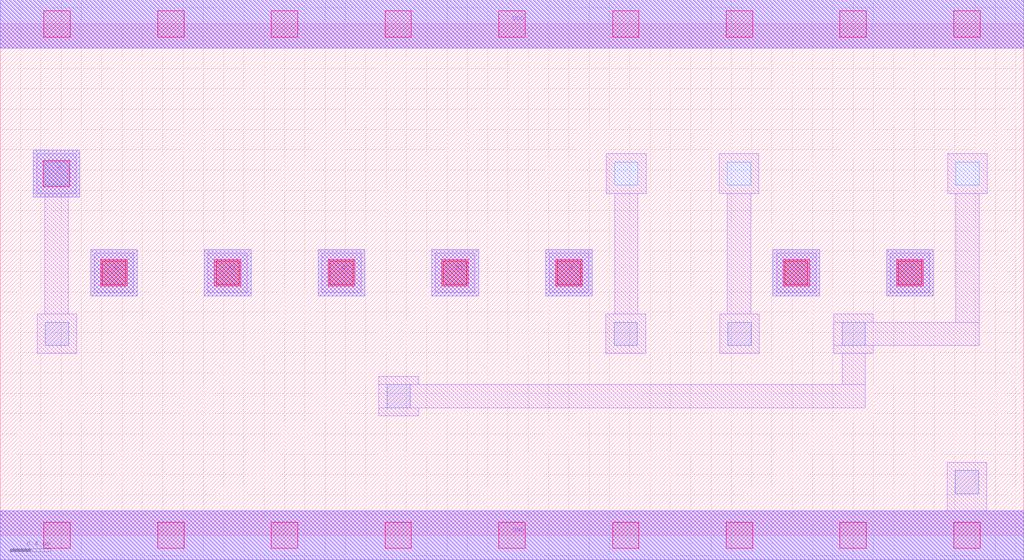
<source format=lef>
MACRO AAOAI3211
 CLASS CORE ;
 FOREIGN AAOAI3211 0 0 ;
 SIZE 10.08 BY 5.04 ;
 ORIGIN 0 0 ;
 SYMMETRY X Y R90 ;
 SITE unit ;
  PIN VDD
   DIRECTION INOUT ;
   USE POWER ;
   SHAPE ABUTMENT ;
    PORT
     CLASS CORE ;
       LAYER met1 ;
        RECT 0.00000000 4.80000000 10.08000000 5.28000000 ;
       LAYER met2 ;
        RECT 0.00000000 4.80000000 10.08000000 5.28000000 ;
    END
  END VDD

  PIN GND
   DIRECTION INOUT ;
   USE POWER ;
   SHAPE ABUTMENT ;
    PORT
     CLASS CORE ;
       LAYER met1 ;
        RECT 0.00000000 -0.24000000 10.08000000 0.24000000 ;
       LAYER met2 ;
        RECT 0.00000000 -0.24000000 10.08000000 0.24000000 ;
    END
  END GND

  PIN Y
   DIRECTION INOUT ;
   USE SIGNAL ;
   SHAPE ABUTMENT ;
    PORT
     CLASS CORE ;
       LAYER met2 ;
        RECT 0.32500000 3.33500000 0.78500000 3.79500000 ;
    END
  END Y

  PIN B
   DIRECTION INOUT ;
   USE SIGNAL ;
   SHAPE ABUTMENT ;
    PORT
     CLASS CORE ;
       LAYER met2 ;
        RECT 5.37000000 2.35700000 5.83000000 2.81700000 ;
    END
  END B

  PIN C
   DIRECTION INOUT ;
   USE SIGNAL ;
   SHAPE ABUTMENT ;
    PORT
     CLASS CORE ;
       LAYER met2 ;
        RECT 7.61000000 2.35700000 8.07000000 2.81700000 ;
    END
  END C

  PIN D
   DIRECTION INOUT ;
   USE SIGNAL ;
   SHAPE ABUTMENT ;
    PORT
     CLASS CORE ;
       LAYER met2 ;
        RECT 8.73000000 2.35700000 9.19000000 2.81700000 ;
    END
  END D

  PIN A2
   DIRECTION INOUT ;
   USE SIGNAL ;
   SHAPE ABUTMENT ;
    PORT
     CLASS CORE ;
       LAYER met2 ;
        RECT 3.13000000 2.35700000 3.59000000 2.81700000 ;
    END
  END A2

  PIN A1
   DIRECTION INOUT ;
   USE SIGNAL ;
   SHAPE ABUTMENT ;
    PORT
     CLASS CORE ;
       LAYER met2 ;
        RECT 2.01000000 2.35700000 2.47000000 2.81700000 ;
    END
  END A1

  PIN A
   DIRECTION INOUT ;
   USE SIGNAL ;
   SHAPE ABUTMENT ;
    PORT
     CLASS CORE ;
       LAYER met2 ;
        RECT 0.89000000 2.35700000 1.35000000 2.81700000 ;
    END
  END A

  PIN B1
   DIRECTION INOUT ;
   USE SIGNAL ;
   SHAPE ABUTMENT ;
    PORT
     CLASS CORE ;
       LAYER met2 ;
        RECT 4.25000000 2.35700000 4.71000000 2.81700000 ;
    END
  END B1

 OBS
    LAYER polycont ;
     RECT 1.00500000 2.47200000 1.23500000 2.70200000 ;
     RECT 2.12500000 2.47200000 2.35500000 2.70200000 ;
     RECT 3.24500000 2.47200000 3.47500000 2.70200000 ;
     RECT 4.36500000 2.47200000 4.59500000 2.70200000 ;
     RECT 5.48500000 2.47200000 5.71500000 2.70200000 ;
     RECT 7.72500000 2.47200000 7.95500000 2.70200000 ;
     RECT 8.84500000 2.47200000 9.07500000 2.70200000 ;

    LAYER pdiffc ;
     RECT 0.44000000 3.45000000 0.67000000 3.68000000 ;
     RECT 6.05000000 3.45000000 6.28000000 3.68000000 ;
     RECT 7.16000000 3.45000000 7.39000000 3.68000000 ;
     RECT 9.41000000 3.45000000 9.64000000 3.68000000 ;

    LAYER ndiffc ;
     RECT 9.40500000 0.41000000 9.63500000 0.64000000 ;
     RECT 3.81000000 1.25700000 4.04000000 1.48700000 ;
     RECT 0.44500000 1.87000000 0.67500000 2.10000000 ;
     RECT 6.04500000 1.87000000 6.27500000 2.10000000 ;
     RECT 7.16500000 1.87000000 7.39500000 2.10000000 ;
     RECT 8.29000000 1.87000000 8.52000000 2.10000000 ;

    LAYER met1 ;
     RECT 0.00000000 -0.24000000 10.08000000 0.24000000 ;
     RECT 9.32500000 0.24000000 9.71500000 0.72000000 ;
     RECT 0.92500000 2.39200000 1.31500000 2.78200000 ;
     RECT 2.04500000 2.39200000 2.43500000 2.78200000 ;
     RECT 3.16500000 2.39200000 3.55500000 2.78200000 ;
     RECT 4.28500000 2.39200000 4.67500000 2.78200000 ;
     RECT 5.40500000 2.39200000 5.79500000 2.78200000 ;
     RECT 7.64500000 2.39200000 8.03500000 2.78200000 ;
     RECT 8.76500000 2.39200000 9.15500000 2.78200000 ;
     RECT 0.36500000 1.79000000 0.75500000 2.18000000 ;
     RECT 0.44000000 2.18000000 0.67000000 3.37000000 ;
     RECT 0.36000000 3.37000000 0.75000000 3.76000000 ;
     RECT 5.96500000 1.79000000 6.35500000 2.18000000 ;
     RECT 6.05000000 2.18000000 6.28000000 3.37000000 ;
     RECT 5.97000000 3.37000000 6.36000000 3.76000000 ;
     RECT 7.08500000 1.79000000 7.47500000 2.18000000 ;
     RECT 7.16000000 2.18000000 7.39000000 3.37000000 ;
     RECT 7.08000000 3.37000000 7.47000000 3.76000000 ;
     RECT 3.73000000 1.17700000 4.12000000 1.25700000 ;
     RECT 3.73000000 1.25700000 8.52000000 1.48700000 ;
     RECT 3.73000000 1.48700000 4.12000000 1.56700000 ;
     RECT 8.29000000 1.48700000 8.52000000 1.79000000 ;
     RECT 8.21000000 1.79000000 8.60000000 1.87000000 ;
     RECT 8.21000000 1.87000000 9.64000000 2.10000000 ;
     RECT 8.21000000 2.10000000 8.60000000 2.18000000 ;
     RECT 9.41000000 2.10000000 9.64000000 3.37000000 ;
     RECT 9.33000000 3.37000000 9.72000000 3.76000000 ;
     RECT 0.00000000 4.80000000 10.08000000 5.28000000 ;

    LAYER via1 ;
     RECT 0.43000000 -0.13000000 0.69000000 0.13000000 ;
     RECT 1.55000000 -0.13000000 1.81000000 0.13000000 ;
     RECT 2.67000000 -0.13000000 2.93000000 0.13000000 ;
     RECT 3.79000000 -0.13000000 4.05000000 0.13000000 ;
     RECT 4.91000000 -0.13000000 5.17000000 0.13000000 ;
     RECT 6.03000000 -0.13000000 6.29000000 0.13000000 ;
     RECT 7.15000000 -0.13000000 7.41000000 0.13000000 ;
     RECT 8.27000000 -0.13000000 8.53000000 0.13000000 ;
     RECT 9.39000000 -0.13000000 9.65000000 0.13000000 ;
     RECT 0.99000000 2.45700000 1.25000000 2.71700000 ;
     RECT 2.11000000 2.45700000 2.37000000 2.71700000 ;
     RECT 3.23000000 2.45700000 3.49000000 2.71700000 ;
     RECT 4.35000000 2.45700000 4.61000000 2.71700000 ;
     RECT 5.47000000 2.45700000 5.73000000 2.71700000 ;
     RECT 7.71000000 2.45700000 7.97000000 2.71700000 ;
     RECT 8.83000000 2.45700000 9.09000000 2.71700000 ;
     RECT 0.42500000 3.43500000 0.68500000 3.69500000 ;
     RECT 0.43000000 4.91000000 0.69000000 5.17000000 ;
     RECT 1.55000000 4.91000000 1.81000000 5.17000000 ;
     RECT 2.67000000 4.91000000 2.93000000 5.17000000 ;
     RECT 3.79000000 4.91000000 4.05000000 5.17000000 ;
     RECT 4.91000000 4.91000000 5.17000000 5.17000000 ;
     RECT 6.03000000 4.91000000 6.29000000 5.17000000 ;
     RECT 7.15000000 4.91000000 7.41000000 5.17000000 ;
     RECT 8.27000000 4.91000000 8.53000000 5.17000000 ;
     RECT 9.39000000 4.91000000 9.65000000 5.17000000 ;

    LAYER met2 ;
     RECT 0.00000000 -0.24000000 10.08000000 0.24000000 ;
     RECT 0.89000000 2.35700000 1.35000000 2.81700000 ;
     RECT 2.01000000 2.35700000 2.47000000 2.81700000 ;
     RECT 3.13000000 2.35700000 3.59000000 2.81700000 ;
     RECT 4.25000000 2.35700000 4.71000000 2.81700000 ;
     RECT 5.37000000 2.35700000 5.83000000 2.81700000 ;
     RECT 7.61000000 2.35700000 8.07000000 2.81700000 ;
     RECT 8.73000000 2.35700000 9.19000000 2.81700000 ;
     RECT 0.32500000 3.33500000 0.78500000 3.79500000 ;
     RECT 0.00000000 4.80000000 10.08000000 5.28000000 ;

 END
END AAOAI3211

</source>
